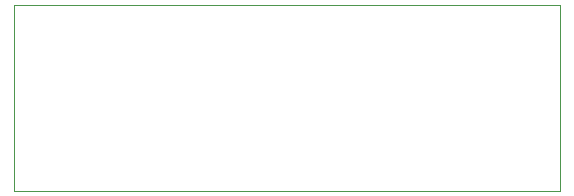
<source format=gbr>
G04 (created by PCBNEW (2013-jul-07)-stable) date Thu 18 Dec 2014 12:40:28 PM EET*
%MOIN*%
G04 Gerber Fmt 3.4, Leading zero omitted, Abs format*
%FSLAX34Y34*%
G01*
G70*
G90*
G04 APERTURE LIST*
%ADD10C,0.00590551*%
%ADD11C,0.00393701*%
G04 APERTURE END LIST*
G54D10*
G54D11*
X88600Y-53400D02*
X70400Y-53400D01*
X88600Y-59600D02*
X88600Y-53400D01*
X70400Y-59600D02*
X88600Y-59600D01*
X70400Y-53400D02*
X70400Y-59600D01*
M02*

</source>
